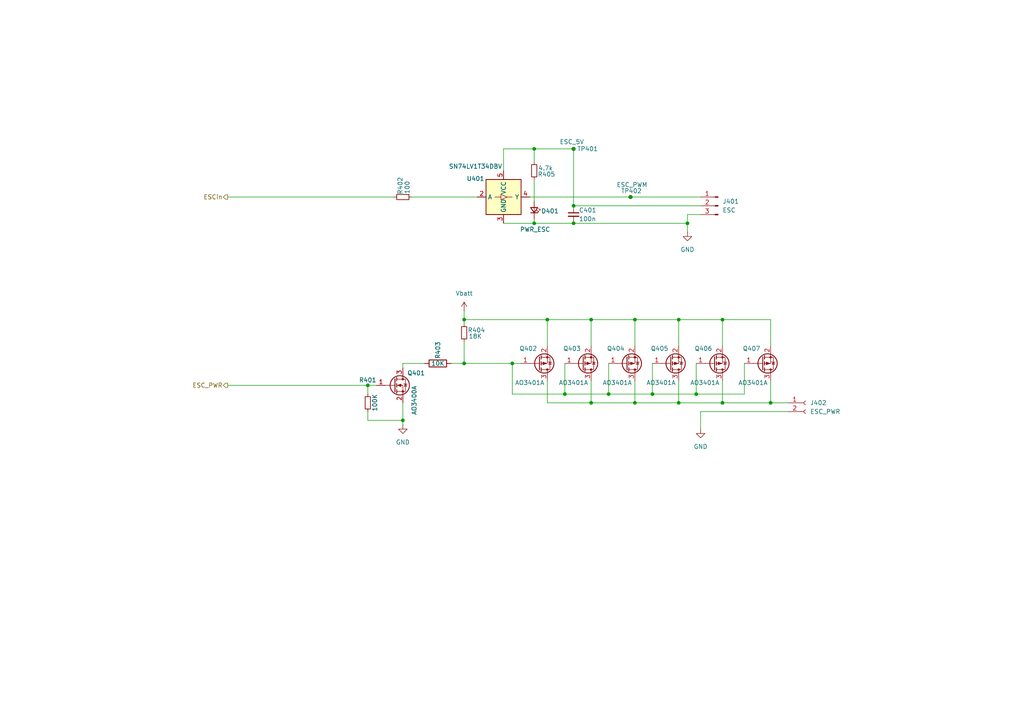
<source format=kicad_sch>
(kicad_sch (version 20241209) (generator "eeschema") (generator_version "9.0")
  (paper "A4")
  (lib_symbols
    (symbol "+3.3V_1" (power) (pin_numbers (hide yes)) (pin_names (offset 0) (hide yes))
      (property "Value" "+3.3V" (at 0 3.556 0))
      (symbol "+3.3V_1_0_1"
        (polyline (pts (xy -0.762 1.27) (xy 0 2.54)))
        (polyline (pts (xy 0 2.54) (xy 0.762 1.27)))
        (polyline (pts (xy 0 0) (xy 0 2.54)))
      )
      (symbol "+3.3V_1_1_1"
        (pin power_in line (at 0 0 90) (length 0) (name "~") (number "1"))
      )
    )
    (symbol "Connector:Conn_01x02_Socket" (pin_names (offset 1.016) (hide yes))
      (property "Reference" "J" (at 0 2.54 0))
      (property "Value" "Conn_01x02_Socket" (at 0 -5.08 0))
      (symbol "Conn_01x02_Socket_1_1"
        (polyline (pts (xy -1.27 0) (xy -0.508 0)) (stroke (width 0.1524)))
        (polyline (pts (xy -1.27 -2.54) (xy -0.508 -2.54)) (stroke (width 0.1524)))
        (arc (start 0 -0.508) (mid -0.5058 0) (end 0 0.508) (stroke (width 0.1524)))
        (arc (start 0 -3.048) (mid -0.5058 -2.54) (end 0 -2.032) (stroke (width 0.1524)))
        (pin passive line (at -5.08 0 0) (length 3.81) (name "Pin_1") (number "1"))
        (pin passive line (at -5.08 -2.54 0) (length 3.81) (name "Pin_2") (number "2"))
      )
    )
    (symbol "Connector:Conn_01x03_Pin" (pin_names (offset 1.016) (hide yes))
      (property "Reference" "J" (at 0 5.08 0))
      (property "Value" "Conn_01x03_Pin" (at 0 -5.08 0))
      (symbol "Conn_01x03_Pin_1_1"
        (rectangle (start 0.8636 2.667) (end 0 2.413) (stroke (width 0.1524)) (fill (type outline)))
        (rectangle (start 0.8636 0.127) (end 0 -0.127) (stroke (width 0.1524)) (fill (type outline)))
        (rectangle (start 0.8636 -2.413) (end 0 -2.667) (stroke (width 0.1524)) (fill (type outline)))
        (polyline (pts (xy 1.27 2.54) (xy 0.8636 2.54)) (stroke (width 0.1524)))
        (polyline (pts (xy 1.27 0) (xy 0.8636 0)) (stroke (width 0.1524)))
        (polyline (pts (xy 1.27 -2.54) (xy 0.8636 -2.54)) (stroke (width 0.1524)))
        (pin passive line (at 5.08 2.54 180) (length 3.81) (name "Pin_1") (number "1"))
        (pin passive line (at 5.08 0 180) (length 3.81) (name "Pin_2") (number "2"))
        (pin passive line (at 5.08 -2.54 180) (length 3.81) (name "Pin_3") (number "3"))
      )
    )
    (symbol "Connector:TestPoint_Small" (pin_numbers (hide yes)) (pin_names (offset 0.762) (hide yes))
      (property "Reference" "TP" (at 0 3.81 0))
      (property "Value" "TestPoint_Small" (at 0 2.032 0))
      (symbol "TestPoint_Small_0_1"
        (circle (center 0 0) (radius 0.508))
      )
      (symbol "TestPoint_Small_1_1"
        (pin passive line (at 0 0 90) (length 0) (name "1") (number "1"))
      )
    )
    (symbol "Device:C_Small" (pin_numbers (hide yes)) (pin_names (offset 0.254) (hide yes))
      (property "Reference" "C" (at 0.254 1.778 0))
      (property "Value" "C_Small" (at 0.254 -2.032 0))
      (symbol "C_Small_0_1"
        (polyline (pts (xy -1.524 0.508) (xy 1.524 0.508)) (stroke (width 0.3048)))
        (polyline (pts (xy -1.524 -0.508) (xy 1.524 -0.508)) (stroke (width 0.3302)))
      )
      (symbol "C_Small_1_1"
        (pin passive line (at 0 2.54 270) (length 2.032) (name "~") (number "1"))
        (pin passive line (at 0 -2.54 90) (length 2.032) (name "~") (number "2"))
      )
    )
    (symbol "Device:LED_Small" (pin_numbers (hide yes)) (pin_names (offset 0.254) (hide yes))
      (property "Reference" "D" (at -1.27 3.175 0))
      (property "Value" "LED_Small" (at -4.445 -2.54 0))
      (symbol "LED_Small_0_1"
        (polyline (pts (xy -0.762 -1.016) (xy -0.762 1.016)) (stroke (width 0.254)))
        (polyline (pts (xy 0 0.762) (xy -0.508 1.27) (xy -0.254 1.27) (xy -0.508 1.27) (xy -0.508 1.016)))
        (polyline (pts (xy 0.508 1.27) (xy 0 1.778) (xy 0.254 1.778) (xy 0 1.778) (xy 0 1.524)))
        (polyline (pts (xy 0.762 -1.016) (xy -0.762 0) (xy 0.762 1.016) (xy 0.762 -1.016)) (stroke (width 0.254)))
        (polyline (pts (xy 1.016 0) (xy -0.762 0)))
      )
      (symbol "LED_Small_1_1"
        (pin passive line (at -2.54 0 0) (length 1.778) (name "K") (number "1"))
        (pin passive line (at 2.54 0 180) (length 1.778) (name "A") (number "2"))
      )
    )
    (symbol "Device:R" (pin_numbers (hide yes)) (pin_names (offset 0))
      (property "Reference" "R" (at 2.032 0 90))
      (property "Value" "R" (at 0 0 90))
      (symbol "R_0_1"
        (rectangle (start -1.016 -2.54) (end 1.016 2.54) (stroke (width 0.254)))
      )
      (symbol "R_1_1"
        (pin passive line (at 0 3.81 270) (length 1.27) (name "~") (number "1"))
        (pin passive line (at 0 -3.81 90) (length 1.27) (name "~") (number "2"))
      )
    )
    (symbol "Device:R_Small" (pin_numbers (hide yes)) (pin_names (offset 0.254) (hide yes))
      (property "Reference" "R" (at 0.762 0.508 0))
      (property "Value" "R_Small" (at 0.762 -1.016 0))
      (symbol "R_Small_0_1"
        (rectangle (start -0.762 1.778) (end 0.762 -1.778) (stroke (width 0.2032)))
      )
      (symbol "R_Small_1_1"
        (pin passive line (at 0 2.54 270) (length 0.762) (name "~") (number "1"))
        (pin passive line (at 0 -2.54 90) (length 0.762) (name "~") (number "2"))
      )
    )
    (symbol "Logic_LevelTranslator:SN74LV1T34DBV"
      (property "Reference" "U" (at 5.08 6.35 0))
      (property "Value" "SN74LV1T34DBV" (at 5.08 3.81 0))
      (symbol "SN74LV1T34DBV_0_1"
        (rectangle (start -5.08 5.08) (end 5.08 -5.08) (stroke (width 0.254)) (fill (type background)))
        (polyline (pts (xy -0.762 0) (xy -2.54 0)))
        (polyline (pts (xy 1.016 0) (xy 2.54 0)))
      )
      (symbol "SN74LV1T34DBV_1_1"
        (polyline (pts (xy -0.762 -0.762) (xy -0.762 0.762) (xy 1.016 0) (xy -0.762 -0.762)))
        (pin input line (at -7.62 0 0) (length 2.54) (name "A") (number "2"))
        (pin no_connect line (at -5.08 2.54 0) (length 2.54) (hide yes) (name "NC") (number "1"))
        (pin power_in line (at 0 7.62 270) (length 2.54) (name "VCC") (number "5"))
        (pin power_in line (at 0 -7.62 90) (length 2.54) (name "GND") (number "3"))
        (pin output line (at 7.62 0 180) (length 2.54) (name "Y") (number "4"))
      )
    )
    (symbol "Transistor_FET:2N7002" (pin_names (hide yes))
      (property "Reference" "Q" (at 5.08 1.905 0))
      (property "Value" "2N7002" (at 5.08 0 0))
      (symbol "2N7002_0_1"
        (polyline (pts (xy 0.254 1.905) (xy 0.254 -1.905)) (stroke (width 0.254)))
        (polyline (pts (xy 0.254 0) (xy -2.54 0)))
        (polyline (pts (xy 0.762 2.286) (xy 0.762 1.27)) (stroke (width 0.254)))
        (polyline (pts (xy 0.762 0.508) (xy 0.762 -0.508)) (stroke (width 0.254)))
        (polyline (pts (xy 0.762 -1.27) (xy 0.762 -2.286)) (stroke (width 0.254)))
        (polyline (pts (xy 0.762 -1.778) (xy 3.302 -1.778) (xy 3.302 1.778) (xy 0.762 1.778)))
        (polyline (pts (xy 1.016 0) (xy 2.032 0.381) (xy 2.032 -0.381) (xy 1.016 0)) (fill (type outline)))
        (circle (center 1.651 0) (radius 2.794) (stroke (width 0.254)))
        (polyline (pts (xy 2.54 2.54) (xy 2.54 1.778)))
        (circle (center 2.54 1.778) (radius 0.254) (fill (type outline)))
        (circle (center 2.54 -1.778) (radius 0.254) (fill (type outline)))
        (polyline (pts (xy 2.54 -2.54) (xy 2.54 0) (xy 0.762 0)))
        (polyline (pts (xy 2.794 0.508) (xy 2.921 0.381) (xy 3.683 0.381) (xy 3.81 0.254)))
        (polyline (pts (xy 3.302 0.381) (xy 2.921 -0.254) (xy 3.683 -0.254) (xy 3.302 0.381)))
      )
      (symbol "2N7002_1_1"
        (pin input line (at -5.08 0 0) (length 2.54) (name "G") (number "1"))
        (pin passive line (at 2.54 5.08 270) (length 2.54) (name "D") (number "3"))
        (pin passive line (at 2.54 -5.08 90) (length 2.54) (name "S") (number "2"))
      )
    )
    (symbol "Transistor_FET:AO3401A" (pin_names (hide yes))
      (property "Reference" "Q" (at 5.08 1.905 0))
      (property "Value" "AO3401A" (at 5.08 0 0))
      (symbol "AO3401A_0_1"
        (polyline (pts (xy 0.254 1.905) (xy 0.254 -1.905)) (stroke (width 0.254)))
        (polyline (pts (xy 0.254 0) (xy -2.54 0)))
        (polyline (pts (xy 0.762 2.286) (xy 0.762 1.27)) (stroke (width 0.254)))
        (polyline (pts (xy 0.762 1.778) (xy 3.302 1.778) (xy 3.302 -1.778) (xy 0.762 -1.778)))
        (polyline (pts (xy 0.762 0.508) (xy 0.762 -0.508)) (stroke (width 0.254)))
        (polyline (pts (xy 0.762 -1.27) (xy 0.762 -2.286)) (stroke (width 0.254)))
        (circle (center 1.651 0) (radius 2.794) (stroke (width 0.254)))
        (polyline (pts (xy 2.286 0) (xy 1.27 0.381) (xy 1.27 -0.381) (xy 2.286 0)) (fill (type outline)))
        (polyline (pts (xy 2.54 2.54) (xy 2.54 1.778)))
        (circle (center 2.54 1.778) (radius 0.254) (fill (type outline)))
        (circle (center 2.54 -1.778) (radius 0.254) (fill (type outline)))
        (polyline (pts (xy 2.54 -2.54) (xy 2.54 0) (xy 0.762 0)))
        (polyline (pts (xy 2.794 -0.508) (xy 2.921 -0.381) (xy 3.683 -0.381) (xy 3.81 -0.254)))
        (polyline (pts (xy 3.302 -0.381) (xy 2.921 0.254) (xy 3.683 0.254) (xy 3.302 -0.381)))
      )
      (symbol "AO3401A_1_1"
        (pin input line (at -5.08 0 0) (length 2.54) (name "G") (number "1"))
        (pin passive line (at 2.54 5.08 270) (length 2.54) (name "D") (number "3"))
        (pin passive line (at 2.54 -5.08 90) (length 2.54) (name "S") (number "2"))
      )
    )
    (symbol "power:GND" (power) (pin_numbers (hide yes)) (pin_names (offset 0) (hide yes))
      (property "Value" "GND" (at 0 -3.81 0))
      (symbol "GND_0_1"
        (polyline (pts (xy 0 0) (xy 0 -1.27) (xy 1.27 -1.27) (xy 0 -2.54) (xy -1.27 -1.27) (xy 0 -1.27)))
      )
      (symbol "GND_1_1"
        (pin power_in line (at 0 0 270) (length 0) (name "~") (number "1"))
      )
    )
  )
  (junction (at 171.45 92.71))
  (junction (at 196.85 92.71))
  (junction (at 166.37 59.69))
  (junction (at 223.52 116.84))
  (junction (at 199.39 64.77))
  (junction (at 154.94 43.18))
  (junction (at 209.55 116.84))
  (junction (at 148.59 105.41))
  (junction (at 176.53 114.3))
  (junction (at 166.37 64.77))
  (junction (at 184.15 116.84))
  (junction (at 184.15 92.71))
  (junction (at 201.93 114.3))
  (junction (at 154.94 64.77))
  (junction (at 134.62 105.41))
  (junction (at 189.23 114.3))
  (junction (at 166.37 43.18))
  (junction (at 182.88 57.15))
  (junction (at 116.84 121.92))
  (junction (at 134.62 92.71))
  (junction (at 209.55 92.71))
  (junction (at 158.75 92.71))
  (junction (at 196.85 116.84))
  (junction (at 106.68 111.76))
  (junction (at 163.83 114.3))
  (junction (at 171.45 116.84))
  (wire (pts (xy 158.75 92.71) (xy 158.75 100.33)))
  (wire (pts (xy 209.55 116.84) (xy 223.52 116.84)))
  (wire (pts (xy 201.93 105.41) (xy 201.93 114.3)))
  (wire (pts (xy 184.15 92.71) (xy 196.85 92.71)))
  (wire (pts (xy 116.84 105.41) (xy 116.84 106.68)))
  (wire (pts (xy 109.22 111.76) (xy 106.68 111.76)))
  (wire (pts (xy 154.94 43.18) (xy 154.94 46.99)))
  (wire (pts (xy 203.2 119.38) (xy 203.2 124.46)))
  (wire (pts (xy 209.55 92.71) (xy 209.55 100.33)))
  (wire (pts (xy 163.83 105.41) (xy 163.83 114.3)))
  (wire (pts (xy 228.6 119.38) (xy 203.2 119.38)))
  (wire (pts (xy 196.85 92.71) (xy 209.55 92.71)))
  (wire (pts (xy 196.85 92.71) (xy 196.85 100.33)))
  (wire (pts (xy 199.39 62.23) (xy 199.39 64.77)))
  (wire (pts (xy 106.68 111.76) (xy 106.68 114.3)))
  (wire (pts (xy 171.45 116.84) (xy 184.15 116.84)))
  (wire (pts (xy 223.52 100.33) (xy 223.52 92.71)))
  (wire (pts (xy 166.37 59.69) (xy 203.2 59.69)))
  (wire (pts (xy 134.62 105.41) (xy 130.81 105.41)))
  (wire (pts (xy 134.62 90.17) (xy 134.62 92.71)))
  (wire (pts (xy 116.84 123.19) (xy 116.84 121.92)))
  (wire (pts (xy 199.39 64.77) (xy 199.39 67.31)))
  (wire (pts (xy 66.04 57.15) (xy 114.3 57.15)))
  (wire (pts (xy 158.75 116.84) (xy 171.45 116.84)))
  (wire (pts (xy 134.62 92.71) (xy 158.75 92.71)))
  (wire (pts (xy 116.84 121.92) (xy 116.84 116.84)))
  (wire (pts (xy 158.75 92.71) (xy 171.45 92.71)))
  (wire (pts (xy 106.68 119.38) (xy 106.68 121.92)))
  (wire (pts (xy 184.15 92.71) (xy 184.15 100.33)))
  (wire (pts (xy 134.62 99.06) (xy 134.62 105.41)))
  (wire (pts (xy 153.67 57.15) (xy 182.88 57.15)))
  (wire (pts (xy 215.9 114.3) (xy 201.93 114.3)))
  (wire (pts (xy 196.85 116.84) (xy 209.55 116.84)))
  (wire (pts (xy 223.52 116.84) (xy 228.6 116.84)))
  (wire (pts (xy 154.94 43.18) (xy 166.37 43.18)))
  (wire (pts (xy 171.45 110.49) (xy 171.45 116.84)))
  (wire (pts (xy 158.75 110.49) (xy 158.75 116.84)))
  (wire (pts (xy 146.05 43.18) (xy 146.05 49.53)))
  (wire (pts (xy 166.37 64.77) (xy 199.39 64.77)))
  (wire (pts (xy 154.94 52.07) (xy 154.94 58.42)))
  (wire (pts (xy 154.94 63.5) (xy 154.94 64.77)))
  (wire (pts (xy 166.37 43.18) (xy 166.37 59.69)))
  (wire (pts (xy 189.23 114.3) (xy 201.93 114.3)))
  (wire (pts (xy 189.23 105.41) (xy 189.23 114.3)))
  (wire (pts (xy 203.2 62.23) (xy 199.39 62.23)))
  (wire (pts (xy 171.45 92.71) (xy 184.15 92.71)))
  (wire (pts (xy 151.13 105.41) (xy 148.59 105.41)))
  (wire (pts (xy 66.04 111.76) (xy 106.68 111.76)))
  (wire (pts (xy 134.62 105.41) (xy 148.59 105.41)))
  (wire (pts (xy 154.94 64.77) (xy 166.37 64.77)))
  (wire (pts (xy 146.05 64.77) (xy 154.94 64.77)))
  (wire (pts (xy 134.62 92.71) (xy 134.62 93.98)))
  (wire (pts (xy 184.15 110.49) (xy 184.15 116.84)))
  (wire (pts (xy 196.85 110.49) (xy 196.85 116.84)))
  (wire (pts (xy 148.59 105.41) (xy 148.59 114.3)))
  (wire (pts (xy 146.05 43.18) (xy 154.94 43.18)))
  (wire (pts (xy 123.19 105.41) (xy 116.84 105.41)))
  (wire (pts (xy 223.52 92.71) (xy 209.55 92.71)))
  (wire (pts (xy 176.53 105.41) (xy 176.53 114.3)))
  (wire (pts (xy 223.52 110.49) (xy 223.52 116.84)))
  (wire (pts (xy 119.38 57.15) (xy 138.43 57.15)))
  (wire (pts (xy 163.83 114.3) (xy 148.59 114.3)))
  (wire (pts (xy 189.23 114.3) (xy 176.53 114.3)))
  (wire (pts (xy 176.53 114.3) (xy 163.83 114.3)))
  (wire (pts (xy 215.9 105.41) (xy 215.9 114.3)))
  (wire (pts (xy 106.68 121.92) (xy 116.84 121.92)))
  (wire (pts (xy 171.45 92.71) (xy 171.45 100.33)))
  (wire (pts (xy 182.88 57.15) (xy 203.2 57.15)))
  (wire (pts (xy 209.55 110.49) (xy 209.55 116.84)))
  (wire (pts (xy 184.15 116.84) (xy 196.85 116.84)))
  (hierarchical_label "ESC_PWR" (shape output) (at 66.04 111.76 180))
  (hierarchical_label "ESCin" (shape output) (at 66.04 57.15 180))
  (symbol (lib_id "Transistor_FET:AO3401A") (at 168.91 105.41 0) (mirror x) (unit 1)
    (property "Reference" "Q303" (at 163.322 101.092 0) (effects (justify left)))
    (property "Value" "AO3401A" (at 162.052 110.998 0) (effects (justify left)))
    (property "Footprint" "Package_TO_SOT_SMD:SOT-23" (effects (hide yes)))
    (property "Datasheet" "http://www.aosmd.com/pdfs/datasheet/AO3401A.pdf" (effects (hide yes)))
    (property "Description" "-4.0A Id, -30V Vds, P-Channel MOSFET, SOT-23" (effects (hide yes)))
    (property "LCSC" "C15127" (effects (hide yes)))
    (instances (project "Robobuoy-Sub-v2_0" (path "" (reference "Q403") (unit 1)) (path "" (reference "Q303") (unit 1))))
  )
  (symbol (lib_id "Transistor_FET:AO3401A") (at 207.01 105.41 0) (mirror x) (unit 1)
    (property "Reference" "Q306" (at 201.422 101.092 0) (effects (justify left)))
    (property "Value" "AO3401A" (at 200.152 110.998 0) (effects (justify left)))
    (property "Footprint" "Package_TO_SOT_SMD:SOT-23" (effects (hide yes)))
    (property "Datasheet" "http://www.aosmd.com/pdfs/datasheet/AO3401A.pdf" (effects (hide yes)))
    (property "Description" "-4.0A Id, -30V Vds, P-Channel MOSFET, SOT-23" (effects (hide yes)))
    (property "LCSC" "C15127" (effects (hide yes)))
    (instances (project "Robobuoy-Sub-v2_0" (path "" (reference "Q406") (unit 1)) (path "" (reference "Q306") (unit 1))))
  )
  (symbol (lib_id "power:GND") (at 203.2 124.46 0) (unit 1)
    (property "Reference" "#PWR0304" (effects (hide yes)))
    (property "Value" "GND" (at 203.2 129.54 0))
    (property "Description" "Power symbol creates a global label with name \"GND\" , ground" (effects (hide yes)))
    (instances (project "Robobuoy-Sub-v2_0" (path "" (reference "#PWR0404") (unit 1)) (path "" (reference "#PWR0304") (unit 1))))
  )
  (symbol (lib_name "+3.3V_1") (lib_id "power:+3.3V") (at 134.62 90.17 0) (unit 1)
    (property "Reference" "#PWR0302" (effects (hide yes)))
    (property "Value" "Vbatt" (at 134.62 85.09 0))
    (property "Description" "Power symbol creates a global label with name \"+3.3V\"" (effects (hide yes)))
    (instances (project "Robobuoy-Sub-v2_0" (path "" (reference "#PWR0402") (unit 1)) (path "" (reference "#PWR0302") (unit 1))))
  )
  (symbol (lib_id "Device:C_Small") (at 166.37 62.23 0) (unit 1)
    (property "Reference" "C301" (at 167.894 60.96 0) (effects (justify left)))
    (property "Value" "100n" (at 167.894 63.5 0) (effects (justify left)))
    (property "Footprint" "A_Device:C_0603" (effects (hide yes)))
    (property "LCSC" "C14663" (effects (hide yes)))
    (instances (project "Robobuoy-Sub-v2_0" (path "" (reference "C401") (unit 1)) (path "" (reference "C301") (unit 1))))
  )
  (symbol (lib_id "Device:LED_Small") (at 154.94 60.96 270) (mirror x) (unit 1)
    (property "Reference" "D301" (at 159.512 61.214 90))
    (property "Value" "PWR_ESC" (at 155.194 66.548 90))
    (property "Footprint" "LED_SMD:LED_0603_1608Metric" (effects (hide yes)))
    (property "Datasheet" "https://datasheet.lcsc.com/szlcsc/Hubei-KENTO-Elec-KT-0603R_C2286.pdf" (effects (hide yes)))
    (property "LCSC" "C2286" (effects (hide yes)))
    (instances (project "Robobuoy-Sub-v2_0" (path "" (reference "D401") (unit 1)) (path "" (reference "D301") (unit 1))))
  )
  (symbol (lib_id "power:GND") (at 199.39 67.31 0) (unit 1)
    (property "Reference" "#PWR0303" (effects (hide yes)))
    (property "Value" "GND" (at 199.39 72.39 0))
    (property "Description" "Power symbol creates a global label with name \"GND\" , ground" (effects (hide yes)))
    (instances (project "Robobuoy-Sub-v2_0" (path "" (reference "#PWR0403") (unit 1)) (path "" (reference "#PWR0303") (unit 1))))
  )
  (symbol (lib_id "Connector:Conn_01x03_Pin") (at 208.28 59.69 0) (mirror y) (unit 1)
    (property "Reference" "J301" (at 209.55 58.4199 0) (effects (justify right)))
    (property "Value" "ESC" (at 209.55 60.9599 0) (effects (justify right)))
    (property "Footprint" "Connector_JST:JST_XH_B3B-XH-A_1x03_P2.50mm_Vertical" (effects (hide yes)))
    (property "Description" "Generic connector, single row, 01x03, script generated" (effects (hide yes)))
    (property "LCSC" "C5341202" (effects (hide yes)))
    (instances (project "Robobuoy-Sub-v2_0" (path "" (reference "J401") (unit 1)) (path "" (reference "J301") (unit 1))))
  )
  (symbol (lib_id "Transistor_FET:AO3401A") (at 220.98 105.41 0) (mirror x) (unit 1)
    (property "Reference" "Q307" (at 215.392 101.092 0) (effects (justify left)))
    (property "Value" "AO3401A" (at 214.122 110.998 0) (effects (justify left)))
    (property "Footprint" "Package_TO_SOT_SMD:SOT-23" (effects (hide yes)))
    (property "Datasheet" "http://www.aosmd.com/pdfs/datasheet/AO3401A.pdf" (effects (hide yes)))
    (property "Description" "-4.0A Id, -30V Vds, P-Channel MOSFET, SOT-23" (effects (hide yes)))
    (property "LCSC" "C15127" (effects (hide yes)))
    (instances (project "Robobuoy-Sub-Round-v2_0" (path "" (reference "Q407") (unit 1)) (path "" (reference "Q307") (unit 1))))
  )
  (symbol (lib_id "Device:R_Small") (at 154.94 49.53 0) (mirror x) (unit 1)
    (property "Reference" "R305" (at 158.496 50.546 0))
    (property "Value" "4.7k" (at 158.242 48.768 0))
    (property "Footprint" "A_Device:R_0603" (effects (hide yes)))
    (property "LCSC" "C4177" (effects (hide yes)))
    (instances (project "Robobuoy-Sub-v2_0" (path "" (reference "R405") (unit 1)) (path "" (reference "R305") (unit 1))))
  )
  (symbol (lib_id "Transistor_FET:2N7002") (at 114.3 111.76 0) (unit 1)
    (property "Reference" "Q301" (at 118.11 108.204 0) (effects (justify left)))
    (property "Value" "AO3400A" (at 120.142 120.396 90) (effects (justify left)))
    (property "Footprint" "Package_TO_SOT_SMD:SOT-23" (effects (hide yes)))
    (property "Datasheet" "https://wmsc.lcsc.com/wmsc/upload/file/pdf/v2/lcsc/1811081213_Alpha---Omega-Semicon-AO3400A_C20917.pdf" (effects (hide yes)))
    (property "Description" "5.7A Id, 30V Vds, N-Channel MOSFET, SOT-23" (effects (hide yes)))
    (property "LCSC" "C20917" (effects (hide yes)))
    (instances (project "Robobuoy-Sub-v2_0" (path "" (reference "Q401") (unit 1)) (path "" (reference "Q301") (unit 1))))
  )
  (symbol (lib_id "Device:R") (at 127 105.41 90) (unit 1)
    (property "Reference" "R303" (at 127 104.14 0) (effects (justify left)))
    (property "Value" "10K" (at 127 105.41 90))
    (property "Footprint" "A_Device:R_0603" (effects (hide yes)))
    (property "Farnell" "2331736" (effects (hide yes)))
    (property "MF" "TE CONNECTIVITY" (effects (hide yes)))
    (property "MFN" "CRGH0603F10K" (effects (hide yes)))
    (property "LCSC" "C25804" (effects (hide yes)))
    (instances (project "Robobuoy-Sub-v2_0" (path "" (reference "R403") (unit 1)) (path "" (reference "R303") (unit 1))))
  )
  (symbol (lib_id "Transistor_FET:AO3401A") (at 156.21 105.41 0) (mirror x) (unit 1)
    (property "Reference" "Q302" (at 150.622 101.092 0) (effects (justify left)))
    (property "Value" "AO3401A" (at 149.352 110.998 0) (effects (justify left)))
    (property "Footprint" "Package_TO_SOT_SMD:SOT-23" (effects (hide yes)))
    (property "Datasheet" "http://www.aosmd.com/pdfs/datasheet/AO3401A.pdf" (effects (hide yes)))
    (property "Description" "-4.0A Id, -30V Vds, P-Channel MOSFET, SOT-23" (effects (hide yes)))
    (property "LCSC" "C15127" (effects (hide yes)))
    (instances (project "Robobuoy-Sub-v2_0" (path "" (reference "Q402") (unit 1)) (path "" (reference "Q302") (unit 1))))
  )
  (symbol (lib_id "Connector:Conn_01x02_Socket") (at 233.68 116.84 0) (unit 1)
    (property "Reference" "J302" (at 234.95 116.8399 0) (effects (justify left)))
    (property "Value" "ESC_PWR" (at 234.95 119.3799 0) (effects (justify left)))
    (property "Footprint" "Connector_Wire:SolderWire-0.75sqmm_1x02_P4.8mm_D1.25mm_OD2.3mm" (effects (hide yes)))
    (instances (project "Robobuoy-Sub-v2_0" (path "" (reference "J402") (unit 1)) (path "" (reference "J302") (unit 1))))
  )
  (symbol (lib_id "Transistor_FET:AO3401A") (at 181.61 105.41 0) (mirror x) (unit 1)
    (property "Reference" "Q304" (at 176.022 101.092 0) (effects (justify left)))
    (property "Value" "AO3401A" (at 174.752 110.998 0) (effects (justify left)))
    (property "Footprint" "Package_TO_SOT_SMD:SOT-23" (effects (hide yes)))
    (property "Datasheet" "http://www.aosmd.com/pdfs/datasheet/AO3401A.pdf" (effects (hide yes)))
    (property "Description" "-4.0A Id, -30V Vds, P-Channel MOSFET, SOT-23" (effects (hide yes)))
    (property "LCSC" "C15127" (effects (hide yes)))
    (instances (project "Robobuoy-Sub-v2_0" (path "" (reference "Q404") (unit 1)) (path "" (reference "Q304") (unit 1))))
  )
  (symbol (lib_id "Device:R_Small") (at 106.68 116.84 0) (mirror y) (unit 1)
    (property "Reference" "R301" (at 109.22 110.236 0) (effects (justify left)))
    (property "Value" "100K" (at 108.712 119.38 90) (effects (justify left)))
    (property "Footprint" "A_Device:R_0603" (effects (hide yes)))
    (property "Description" "Resistor, small symbol" (effects (hide yes)))
    (property "LCSC" "C25804" (effects (hide yes)))
    (instances (project "Robobuoy-Sub-v2_0" (path "" (reference "R401") (unit 1)) (path "" (reference "R301") (unit 1))))
  )
  (symbol (lib_id "power:GND") (at 116.84 123.19 0) (unit 1)
    (property "Reference" "#PWR0301" (effects (hide yes)))
    (property "Value" "GND" (at 116.84 128.27 0))
    (property "Description" "Power symbol creates a global label with name \"GND\" , ground" (effects (hide yes)))
    (instances (project "Robobuoy-Sub-v2_0" (path "" (reference "#PWR0401") (unit 1)) (path "" (reference "#PWR0301") (unit 1))))
  )
  (symbol (lib_id "Connector:TestPoint_Small") (at 166.37 43.18 0) (unit 1) (in_bom no)
    (property "Reference" "TP301" (at 167.386 43.18 0) (effects (justify left)))
    (property "Value" "ESC_5V" (at 162.306 41.148 0) (effects (justify left)))
    (property "Footprint" "A_Pads_Pins:Testpad_1" (effects (hide yes)))
    (property "Description" "test point" (effects (hide yes)))
    (instances (project "Robobuoy-Sub-v2_0" (path "" (reference "TP401") (unit 1)) (path "" (reference "TP301") (unit 1))))
  )
  (symbol (lib_id "Device:R_Small") (at 134.62 96.52 0) (unit 1)
    (property "Reference" "R304" (at 135.636 95.758 0) (effects (justify left)))
    (property "Value" "18K" (at 135.89 97.536 0) (effects (justify left)))
    (property "Footprint" "A_Device:R_0603" (effects (hide yes)))
    (property "Description" "Resistor, small symbol" (effects (hide yes)))
    (property "LCSC" "C25810" (effects (hide yes)))
    (instances (project "Robobuoy-Sub-v2_0" (path "" (reference "R404") (unit 1)) (path "" (reference "R304") (unit 1))))
  )
  (symbol (lib_id "Device:R_Small") (at 116.84 57.15 270) (unit 1)
    (property "Reference" "R302" (at 116.078 53.848 0))
    (property "Value" "100" (at 118.11 54.356 0))
    (property "Footprint" "A_Device:R_0603" (effects (hide yes)))
    (property "Description" "Resistor, small symbol" (effects (hide yes)))
    (property "LCSC" "C22775" (effects (hide yes)))
    (instances (project "Robobuoy-Sub-v2_0" (path "" (reference "R402") (unit 1)) (path "" (reference "R302") (unit 1))))
  )
  (symbol (lib_id "Transistor_FET:AO3401A") (at 194.31 105.41 0) (mirror x) (unit 1)
    (property "Reference" "Q305" (at 188.722 101.092 0) (effects (justify left)))
    (property "Value" "AO3401A" (at 187.452 110.998 0) (effects (justify left)))
    (property "Footprint" "Package_TO_SOT_SMD:SOT-23" (effects (hide yes)))
    (property "Datasheet" "http://www.aosmd.com/pdfs/datasheet/AO3401A.pdf" (effects (hide yes)))
    (property "Description" "-4.0A Id, -30V Vds, P-Channel MOSFET, SOT-23" (effects (hide yes)))
    (property "LCSC" "C15127" (effects (hide yes)))
    (instances (project "Robobuoy-Sub-v2_0" (path "" (reference "Q405") (unit 1)) (path "" (reference "Q305") (unit 1))))
  )
  (symbol (lib_id "Logic_LevelTranslator:SN74LV1T34DBV") (at 146.05 57.15 0) (unit 1)
    (property "Reference" "U301" (at 137.922 51.816 0))
    (property "Value" "SN74LV1T34DBV" (at 137.922 48.26 0))
    (property "Footprint" "Package_TO_SOT_SMD:SOT-23-5" (effects (hide yes)))
    (property "Datasheet" "https://www.ti.com/lit/ds/symlink/sn74lv1t34.pdf" (effects (hide yes)))
    (property "Description" "Single Power Supply, Single Buffer GATE, CMOS Logic, Level Shifter, SOT-23-5" (effects (hide yes)))
    (property "LCSC" "C100024" (effects (hide yes)))
    (instances (project "Robobuoy-Sub-v2_0" (path "" (reference "U401") (unit 1)) (path "" (reference "U301") (unit 1))))
  )
  (symbol (lib_id "Connector:TestPoint_Small") (at 182.88 57.15 0) (unit 1) (in_bom no)
    (property "Reference" "TP302" (at 180.086 55.372 0) (effects (justify left)))
    (property "Value" "ESC_PWM" (at 178.816 53.594 0) (effects (justify left)))
    (property "Footprint" "A_Pads_Pins:Testpad_1" (effects (hide yes)))
    (property "Description" "test point" (effects (hide yes)))
    (instances (project "Robobuoy-Sub-v2_0" (path "" (reference "TP402") (unit 1)) (path "" (reference "TP302") (unit 1))))
  )
)
</source>
